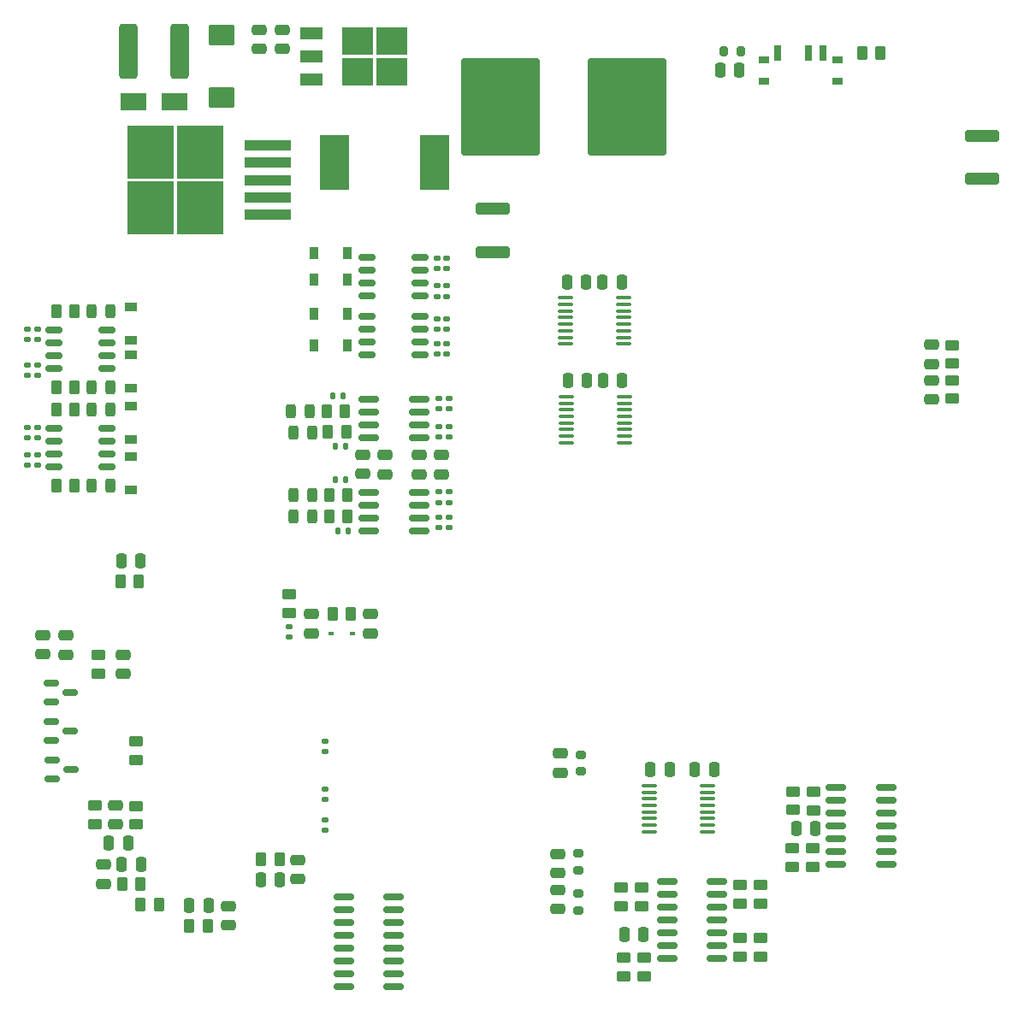
<source format=gtp>
G04 #@! TF.GenerationSoftware,KiCad,Pcbnew,(6.0.10)*
G04 #@! TF.CreationDate,2023-01-07T19:39:58+01:00*
G04 #@! TF.ProjectId,perfectV2.1v0,70657266-6563-4745-9632-2e3176302e6b,6*
G04 #@! TF.SameCoordinates,Original*
G04 #@! TF.FileFunction,Paste,Top*
G04 #@! TF.FilePolarity,Positive*
%FSLAX46Y46*%
G04 Gerber Fmt 4.6, Leading zero omitted, Abs format (unit mm)*
G04 Created by KiCad (PCBNEW (6.0.10)) date 2023-01-07 19:39:58*
%MOMM*%
%LPD*%
G01*
G04 APERTURE LIST*
G04 Aperture macros list*
%AMRoundRect*
0 Rectangle with rounded corners*
0 $1 Rounding radius*
0 $2 $3 $4 $5 $6 $7 $8 $9 X,Y pos of 4 corners*
0 Add a 4 corners polygon primitive as box body*
4,1,4,$2,$3,$4,$5,$6,$7,$8,$9,$2,$3,0*
0 Add four circle primitives for the rounded corners*
1,1,$1+$1,$2,$3*
1,1,$1+$1,$4,$5*
1,1,$1+$1,$6,$7*
1,1,$1+$1,$8,$9*
0 Add four rect primitives between the rounded corners*
20,1,$1+$1,$2,$3,$4,$5,0*
20,1,$1+$1,$4,$5,$6,$7,0*
20,1,$1+$1,$6,$7,$8,$9,0*
20,1,$1+$1,$8,$9,$2,$3,0*%
G04 Aperture macros list end*
%ADD10RoundRect,0.243750X0.243750X0.456250X-0.243750X0.456250X-0.243750X-0.456250X0.243750X-0.456250X0*%
%ADD11RoundRect,0.250000X-0.475000X0.250000X-0.475000X-0.250000X0.475000X-0.250000X0.475000X0.250000X0*%
%ADD12R,3.050000X2.750000*%
%ADD13R,2.200000X1.200000*%
%ADD14R,0.900000X1.200000*%
%ADD15RoundRect,0.135000X-0.185000X0.135000X-0.185000X-0.135000X0.185000X-0.135000X0.185000X0.135000X0*%
%ADD16RoundRect,0.150000X0.825000X0.150000X-0.825000X0.150000X-0.825000X-0.150000X0.825000X-0.150000X0*%
%ADD17RoundRect,0.250000X0.475000X-0.250000X0.475000X0.250000X-0.475000X0.250000X-0.475000X-0.250000X0*%
%ADD18RoundRect,0.250000X0.262500X0.450000X-0.262500X0.450000X-0.262500X-0.450000X0.262500X-0.450000X0*%
%ADD19RoundRect,0.243750X-0.243750X-0.456250X0.243750X-0.456250X0.243750X0.456250X-0.243750X0.456250X0*%
%ADD20RoundRect,0.100000X-0.637500X-0.100000X0.637500X-0.100000X0.637500X0.100000X-0.637500X0.100000X0*%
%ADD21R,0.600000X0.450000*%
%ADD22RoundRect,0.135000X0.185000X-0.135000X0.185000X0.135000X-0.185000X0.135000X-0.185000X-0.135000X0*%
%ADD23RoundRect,0.200000X-0.275000X0.200000X-0.275000X-0.200000X0.275000X-0.200000X0.275000X0.200000X0*%
%ADD24RoundRect,0.250000X0.450000X-0.262500X0.450000X0.262500X-0.450000X0.262500X-0.450000X-0.262500X0*%
%ADD25RoundRect,0.150000X-0.825000X-0.150000X0.825000X-0.150000X0.825000X0.150000X-0.825000X0.150000X0*%
%ADD26RoundRect,0.250000X-0.650000X-2.450000X0.650000X-2.450000X0.650000X2.450000X-0.650000X2.450000X0*%
%ADD27RoundRect,0.250000X-0.450000X0.262500X-0.450000X-0.262500X0.450000X-0.262500X0.450000X0.262500X0*%
%ADD28RoundRect,0.150000X-0.675000X-0.150000X0.675000X-0.150000X0.675000X0.150000X-0.675000X0.150000X0*%
%ADD29RoundRect,0.250000X-0.250000X-0.475000X0.250000X-0.475000X0.250000X0.475000X-0.250000X0.475000X0*%
%ADD30RoundRect,0.200000X0.200000X0.275000X-0.200000X0.275000X-0.200000X-0.275000X0.200000X-0.275000X0*%
%ADD31R,1.200000X0.900000*%
%ADD32RoundRect,0.135000X-0.135000X-0.185000X0.135000X-0.185000X0.135000X0.185000X-0.135000X0.185000X0*%
%ADD33R,2.900000X5.400000*%
%ADD34RoundRect,0.250000X-0.262500X-0.450000X0.262500X-0.450000X0.262500X0.450000X-0.262500X0.450000X0*%
%ADD35RoundRect,0.250000X0.250000X0.475000X-0.250000X0.475000X-0.250000X-0.475000X0.250000X-0.475000X0*%
%ADD36RoundRect,0.250000X-1.450000X0.312500X-1.450000X-0.312500X1.450000X-0.312500X1.450000X0.312500X0*%
%ADD37RoundRect,0.250000X1.025000X-0.787500X1.025000X0.787500X-1.025000X0.787500X-1.025000X-0.787500X0*%
%ADD38R,2.500000X1.800000*%
%ADD39RoundRect,0.249998X-3.650002X-4.550002X3.650002X-4.550002X3.650002X4.550002X-3.650002X4.550002X0*%
%ADD40R,4.550000X5.250000*%
%ADD41R,4.600000X1.100000*%
%ADD42R,0.700000X1.500000*%
%ADD43R,1.000000X0.800000*%
%ADD44RoundRect,0.150000X-0.587500X-0.150000X0.587500X-0.150000X0.587500X0.150000X-0.587500X0.150000X0*%
%ADD45RoundRect,0.150000X0.675000X0.150000X-0.675000X0.150000X-0.675000X-0.150000X0.675000X-0.150000X0*%
%ADD46RoundRect,0.200000X0.275000X-0.200000X0.275000X0.200000X-0.275000X0.200000X-0.275000X-0.200000X0*%
%ADD47RoundRect,0.250000X1.450000X-0.312500X1.450000X0.312500X-1.450000X0.312500X-1.450000X-0.312500X0*%
G04 APERTURE END LIST*
D10*
X57687500Y-123500000D03*
X55812500Y-123500000D03*
D11*
X76250000Y-160600000D03*
X76250000Y-162500000D03*
D12*
X85525000Y-82525000D03*
X85525000Y-79475000D03*
X82175000Y-82525000D03*
X82175000Y-79475000D03*
D13*
X77550000Y-78720000D03*
X77550000Y-81000000D03*
X77550000Y-83280000D03*
D14*
X77800000Y-109600000D03*
X81100000Y-109600000D03*
D15*
X90238750Y-126645000D03*
X90238750Y-127665000D03*
D16*
X88213750Y-118760000D03*
X88213750Y-117490000D03*
X88213750Y-116220000D03*
X88213750Y-114950000D03*
X83263750Y-114950000D03*
X83263750Y-116220000D03*
X83263750Y-117490000D03*
X83263750Y-118760000D03*
D17*
X51000000Y-140200000D03*
X51000000Y-138300000D03*
D18*
X54162500Y-123500000D03*
X52337500Y-123500000D03*
D19*
X75801250Y-118300000D03*
X77676250Y-118300000D03*
D20*
X102737500Y-104925000D03*
X102737500Y-105575000D03*
X102737500Y-106225000D03*
X102737500Y-106875000D03*
X102737500Y-107525000D03*
X102737500Y-108175000D03*
X102737500Y-108825000D03*
X102737500Y-109475000D03*
X108462500Y-109475000D03*
X108462500Y-108825000D03*
X108462500Y-108175000D03*
X108462500Y-107525000D03*
X108462500Y-106875000D03*
X108462500Y-106225000D03*
X108462500Y-105575000D03*
X108462500Y-104925000D03*
D21*
X81650000Y-138200000D03*
X79550000Y-138200000D03*
D17*
X102250000Y-151950000D03*
X102250000Y-150050000D03*
D10*
X57687500Y-106250000D03*
X55812500Y-106250000D03*
D22*
X49500000Y-118760000D03*
X49500000Y-117740000D03*
D23*
X104250000Y-150175000D03*
X104250000Y-151825000D03*
D18*
X80901250Y-116155000D03*
X79076250Y-116155000D03*
D24*
X110500000Y-172075000D03*
X110500000Y-170250000D03*
D25*
X112775000Y-162690000D03*
X112775000Y-163960000D03*
X112775000Y-165230000D03*
X112775000Y-166500000D03*
X112775000Y-167770000D03*
X112775000Y-169040000D03*
X112775000Y-170310000D03*
X117725000Y-170310000D03*
X117725000Y-169040000D03*
X117725000Y-167770000D03*
X117725000Y-166500000D03*
X117725000Y-165230000D03*
X117725000Y-163960000D03*
X117725000Y-162690000D03*
D22*
X90238750Y-125165000D03*
X90238750Y-124145000D03*
D18*
X81151250Y-126525000D03*
X79326250Y-126525000D03*
D26*
X59450000Y-80500000D03*
X64550000Y-80500000D03*
D27*
X120000000Y-163087500D03*
X120000000Y-164912500D03*
X127250000Y-153837500D03*
X127250000Y-155662500D03*
D24*
X60250000Y-157062500D03*
X60250000Y-155237500D03*
D28*
X52125000Y-108095000D03*
X52125000Y-109365000D03*
X52125000Y-110635000D03*
X52125000Y-111905000D03*
X57375000Y-111905000D03*
X57375000Y-110635000D03*
X57375000Y-109365000D03*
X57375000Y-108095000D03*
D29*
X58750000Y-131000000D03*
X60650000Y-131000000D03*
D11*
X83400000Y-136250000D03*
X83400000Y-138150000D03*
D30*
X120050000Y-80500000D03*
X118400000Y-80500000D03*
D29*
X72550000Y-162550000D03*
X74450000Y-162550000D03*
D31*
X59750000Y-109150000D03*
X59750000Y-105850000D03*
D22*
X49500000Y-109010000D03*
X49500000Y-107990000D03*
X91238750Y-118665000D03*
X91238750Y-117645000D03*
D15*
X90238750Y-117645000D03*
X90238750Y-118665000D03*
D22*
X91000000Y-102010000D03*
X91000000Y-100990000D03*
D27*
X122000000Y-168337500D03*
X122000000Y-170162500D03*
D32*
X79978750Y-119655000D03*
X80998750Y-119655000D03*
D25*
X80775000Y-164255000D03*
X80775000Y-165525000D03*
X80775000Y-166795000D03*
X80775000Y-168065000D03*
X80775000Y-169335000D03*
X80775000Y-170605000D03*
X80775000Y-171875000D03*
X80775000Y-173145000D03*
X85725000Y-173145000D03*
X85725000Y-171875000D03*
X85725000Y-170605000D03*
X85725000Y-169335000D03*
X85725000Y-168065000D03*
X85725000Y-166795000D03*
X85725000Y-165525000D03*
X85725000Y-164255000D03*
D18*
X54162500Y-116000000D03*
X52337500Y-116000000D03*
D22*
X91000000Y-108000000D03*
X91000000Y-106980000D03*
X91238750Y-125165000D03*
X91238750Y-124145000D03*
X90200000Y-115910000D03*
X90200000Y-114890000D03*
D10*
X57687500Y-113750000D03*
X55812500Y-113750000D03*
D22*
X78975000Y-149860000D03*
X78975000Y-148840000D03*
D19*
X75801250Y-124405000D03*
X77676250Y-124405000D03*
D18*
X74412500Y-160550000D03*
X72587500Y-160550000D03*
D22*
X91000000Y-104760000D03*
X91000000Y-103740000D03*
X91200000Y-115910000D03*
X91200000Y-114890000D03*
D33*
X79842500Y-91500000D03*
X89742500Y-91500000D03*
D34*
X132087500Y-80700000D03*
X133912500Y-80700000D03*
D15*
X50500000Y-111590000D03*
X50500000Y-112610000D03*
D17*
X82688750Y-122355000D03*
X82688750Y-120455000D03*
D31*
X59750000Y-118900000D03*
X59750000Y-115600000D03*
D14*
X77800000Y-103100000D03*
X81100000Y-103100000D03*
D18*
X81512500Y-136200000D03*
X79687500Y-136200000D03*
D35*
X127450000Y-157500000D03*
X125550000Y-157500000D03*
D15*
X49500000Y-111590000D03*
X49500000Y-112610000D03*
D36*
X144000000Y-88862500D03*
X144000000Y-93137500D03*
D24*
X120000000Y-170162500D03*
X120000000Y-168337500D03*
D15*
X50500000Y-117730000D03*
X50500000Y-118750000D03*
D29*
X111150000Y-151600000D03*
X113050000Y-151600000D03*
D16*
X88213750Y-127960000D03*
X88213750Y-126690000D03*
X88213750Y-125420000D03*
X88213750Y-124150000D03*
X83263750Y-124150000D03*
X83263750Y-125420000D03*
X83263750Y-126690000D03*
X83263750Y-127960000D03*
D37*
X68705000Y-85112500D03*
X68705000Y-78887500D03*
D15*
X50500000Y-107980000D03*
X50500000Y-109000000D03*
D19*
X75551250Y-116155000D03*
X77426250Y-116155000D03*
D38*
X64000000Y-85500000D03*
X60000000Y-85500000D03*
D24*
X56500000Y-142112500D03*
X56500000Y-140287500D03*
D35*
X59450000Y-158900000D03*
X57550000Y-158900000D03*
D34*
X58837500Y-163000000D03*
X60662500Y-163000000D03*
D24*
X108250000Y-165162500D03*
X108250000Y-163337500D03*
D27*
X125200000Y-159425000D03*
X125200000Y-161250000D03*
D17*
X84888750Y-122405000D03*
X84888750Y-120505000D03*
D15*
X90000000Y-109480000D03*
X90000000Y-110500000D03*
D31*
X59750000Y-120600000D03*
X59750000Y-123900000D03*
D32*
X79728750Y-114655000D03*
X80748750Y-114655000D03*
D22*
X90000000Y-102010000D03*
X90000000Y-100990000D03*
D27*
X110250000Y-163337500D03*
X110250000Y-165162500D03*
D11*
X88288750Y-120505000D03*
X88288750Y-122405000D03*
D17*
X69400000Y-167050000D03*
X69400000Y-165150000D03*
D18*
X54162500Y-113750000D03*
X52337500Y-113750000D03*
D24*
X122000000Y-164912500D03*
X122000000Y-163087500D03*
D11*
X77600000Y-136250000D03*
X77600000Y-138150000D03*
D18*
X81151250Y-124405000D03*
X79326250Y-124405000D03*
D17*
X74705000Y-80250000D03*
X74705000Y-78350000D03*
D11*
X102000000Y-163550000D03*
X102000000Y-165450000D03*
D39*
X96292500Y-86000000D03*
X108792500Y-86000000D03*
D11*
X58200000Y-155150000D03*
X58200000Y-157050000D03*
D22*
X91238750Y-127665000D03*
X91238750Y-126645000D03*
X75400000Y-138510000D03*
X75400000Y-137490000D03*
D35*
X117450000Y-151600000D03*
X115550000Y-151600000D03*
D24*
X60200000Y-150662500D03*
X60200000Y-148837500D03*
D35*
X119950000Y-82400000D03*
X118050000Y-82400000D03*
D14*
X77800000Y-106500000D03*
X81100000Y-106500000D03*
D27*
X141000000Y-113087500D03*
X141000000Y-114912500D03*
D29*
X102877500Y-103350000D03*
X104777500Y-103350000D03*
D17*
X57000000Y-162950000D03*
X57000000Y-161050000D03*
D40*
X66550000Y-90475000D03*
X61700000Y-90475000D03*
X66550000Y-96025000D03*
X61700000Y-96025000D03*
D41*
X73275000Y-96650000D03*
X73275000Y-94950000D03*
X73275000Y-93250000D03*
X73275000Y-91550000D03*
X73275000Y-89850000D03*
D42*
X123750000Y-80650000D03*
X126750000Y-80650000D03*
X128250000Y-80650000D03*
D43*
X122350000Y-81350000D03*
X122350000Y-83450000D03*
X129650000Y-83450000D03*
X129650000Y-81350000D03*
D27*
X108500000Y-170250000D03*
X108500000Y-172075000D03*
D23*
X104000000Y-159925000D03*
X104000000Y-161575000D03*
D44*
X51925000Y-150650000D03*
X51925000Y-152550000D03*
X53800000Y-151600000D03*
D29*
X65500000Y-165100000D03*
X67400000Y-165100000D03*
D35*
X60700000Y-161000000D03*
X58800000Y-161000000D03*
D24*
X127200000Y-161250000D03*
X127200000Y-159425000D03*
D19*
X75801250Y-126525000D03*
X77676250Y-126525000D03*
D11*
X139000000Y-109550000D03*
X139000000Y-111450000D03*
D18*
X67312500Y-167100000D03*
X65487500Y-167100000D03*
D45*
X88325000Y-104705000D03*
X88325000Y-103435000D03*
X88325000Y-102165000D03*
X88325000Y-100895000D03*
X83075000Y-100895000D03*
X83075000Y-102165000D03*
X83075000Y-103435000D03*
X83075000Y-104705000D03*
D10*
X57687500Y-116000000D03*
X55812500Y-116000000D03*
D45*
X88325000Y-110555000D03*
X88325000Y-109285000D03*
X88325000Y-108015000D03*
X88325000Y-106745000D03*
X83075000Y-106745000D03*
X83075000Y-108015000D03*
X83075000Y-109285000D03*
X83075000Y-110555000D03*
D34*
X58687500Y-133000000D03*
X60512500Y-133000000D03*
D15*
X78945000Y-153590000D03*
X78945000Y-154610000D03*
X50500000Y-120490000D03*
X50500000Y-121510000D03*
D22*
X90000000Y-108010000D03*
X90000000Y-106990000D03*
D17*
X72455000Y-80250000D03*
X72455000Y-78350000D03*
D32*
X80228750Y-128025000D03*
X81248750Y-128025000D03*
D15*
X49500000Y-120490000D03*
X49500000Y-121510000D03*
D17*
X102000000Y-161900000D03*
X102000000Y-160000000D03*
D14*
X77800000Y-100500000D03*
X81100000Y-100500000D03*
D11*
X90488750Y-120505000D03*
X90488750Y-122405000D03*
D46*
X104000000Y-165575000D03*
X104000000Y-163925000D03*
D20*
X102810000Y-114695000D03*
X102810000Y-115345000D03*
X102810000Y-115995000D03*
X102810000Y-116645000D03*
X102810000Y-117295000D03*
X102810000Y-117945000D03*
X102810000Y-118595000D03*
X102810000Y-119245000D03*
X108535000Y-119245000D03*
X108535000Y-118595000D03*
X108535000Y-117945000D03*
X108535000Y-117295000D03*
X108535000Y-116645000D03*
X108535000Y-115995000D03*
X108535000Y-115345000D03*
X108535000Y-114695000D03*
D25*
X129525000Y-153440000D03*
X129525000Y-154710000D03*
X129525000Y-155980000D03*
X129525000Y-157250000D03*
X129525000Y-158520000D03*
X129525000Y-159790000D03*
X129525000Y-161060000D03*
X134475000Y-161060000D03*
X134475000Y-159790000D03*
X134475000Y-158520000D03*
X134475000Y-157250000D03*
X134475000Y-155980000D03*
X134475000Y-154710000D03*
X134475000Y-153440000D03*
D18*
X54162500Y-106250000D03*
X52337500Y-106250000D03*
D34*
X60687500Y-165000000D03*
X62512500Y-165000000D03*
D17*
X139000000Y-115000000D03*
X139000000Y-113100000D03*
D20*
X111037500Y-153225000D03*
X111037500Y-153875000D03*
X111037500Y-154525000D03*
X111037500Y-155175000D03*
X111037500Y-155825000D03*
X111037500Y-156475000D03*
X111037500Y-157125000D03*
X111037500Y-157775000D03*
X116762500Y-157775000D03*
X116762500Y-157125000D03*
X116762500Y-156475000D03*
X116762500Y-155825000D03*
X116762500Y-155175000D03*
X116762500Y-154525000D03*
X116762500Y-153875000D03*
X116762500Y-153225000D03*
D27*
X56200000Y-155187500D03*
X56200000Y-157012500D03*
D17*
X53250000Y-140250000D03*
X53250000Y-138350000D03*
D35*
X108277500Y-103350000D03*
X106377500Y-103350000D03*
D24*
X125250000Y-155612500D03*
X125250000Y-153787500D03*
D15*
X78940000Y-156590000D03*
X78940000Y-157610000D03*
D22*
X91000000Y-110510000D03*
X91000000Y-109490000D03*
D27*
X141000000Y-109587500D03*
X141000000Y-111412500D03*
D31*
X59750000Y-110600000D03*
X59750000Y-113900000D03*
D35*
X108350000Y-113100000D03*
X106450000Y-113100000D03*
D47*
X95500000Y-100387500D03*
X95500000Y-96112500D03*
D44*
X51862500Y-143050000D03*
X51862500Y-144950000D03*
X53737500Y-144000000D03*
D28*
X52125000Y-117845000D03*
X52125000Y-119115000D03*
X52125000Y-120385000D03*
X52125000Y-121655000D03*
X57375000Y-121655000D03*
X57375000Y-120385000D03*
X57375000Y-119115000D03*
X57375000Y-117845000D03*
D24*
X75400000Y-136112500D03*
X75400000Y-134287500D03*
D44*
X51862500Y-146850000D03*
X51862500Y-148750000D03*
X53737500Y-147800000D03*
D32*
X79978750Y-122905000D03*
X80998750Y-122905000D03*
D11*
X59000000Y-140250000D03*
X59000000Y-142150000D03*
D35*
X110450000Y-168000000D03*
X108550000Y-168000000D03*
D15*
X90000000Y-103740000D03*
X90000000Y-104760000D03*
D29*
X102950000Y-113100000D03*
X104850000Y-113100000D03*
D18*
X81051250Y-118155000D03*
X79226250Y-118155000D03*
M02*

</source>
